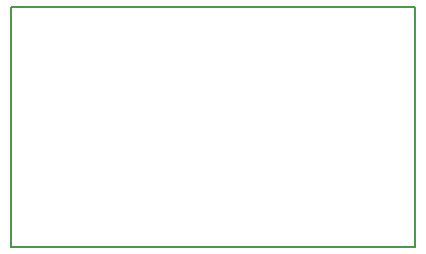
<source format=gko>
G04 Layer_Color=16711935*
%FSLAX25Y25*%
%MOIN*%
G70*
G01*
G75*
%ADD28C,0.00787*%
D28*
X183500Y198000D02*
X318000D01*
X183500Y118500D02*
Y198000D01*
Y118000D02*
Y118500D01*
Y118000D02*
X318000D01*
Y198000D01*
M02*

</source>
